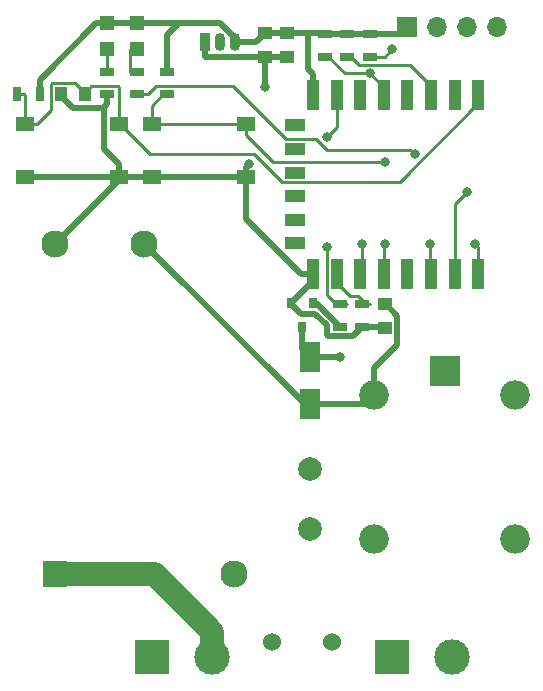
<source format=gbr>
G04 #@! TF.GenerationSoftware,KiCad,Pcbnew,(5.1.0)-1*
G04 #@! TF.CreationDate,2019-04-04T10:35:30+02:00*
G04 #@! TF.ProjectId,WiFi switch,57694669-2073-4776-9974-63682e6b6963,rev?*
G04 #@! TF.SameCoordinates,Original*
G04 #@! TF.FileFunction,Copper,L1,Top*
G04 #@! TF.FilePolarity,Positive*
%FSLAX46Y46*%
G04 Gerber Fmt 4.6, Leading zero omitted, Abs format (unit mm)*
G04 Created by KiCad (PCBNEW (5.1.0)-1) date 2019-04-04 10:35:30*
%MOMM*%
%LPD*%
G04 APERTURE LIST*
%ADD10R,1.300000X0.700000*%
%ADD11C,2.300000*%
%ADD12R,2.000000X2.300000*%
%ADD13C,3.000000*%
%ADD14R,3.000000X3.000000*%
%ADD15R,1.000000X2.500000*%
%ADD16R,1.800000X1.000000*%
%ADD17R,0.900000X1.500000*%
%ADD18O,0.900000X1.500000*%
%ADD19O,2.500000X2.500000*%
%ADD20R,2.500000X2.500000*%
%ADD21R,1.550000X1.300000*%
%ADD22R,1.250000X1.000000*%
%ADD23R,1.000000X1.250000*%
%ADD24R,1.200000X1.200000*%
%ADD25R,1.800000X2.500000*%
%ADD26C,1.524000*%
%ADD27C,2.000000*%
%ADD28O,1.700000X1.700000*%
%ADD29R,1.700000X1.700000*%
%ADD30R,0.800000X0.900000*%
%ADD31R,0.700000X1.300000*%
%ADD32C,0.800000*%
%ADD33C,0.500000*%
%ADD34C,0.250000*%
%ADD35C,2.000000*%
G04 APERTURE END LIST*
D10*
X205740000Y-77475000D03*
X205740000Y-79375000D03*
D11*
X188575000Y-95190000D03*
X196175000Y-123190000D03*
D12*
X180975000Y-123190000D03*
D11*
X180975000Y-95190000D03*
D13*
X214630000Y-130175000D03*
D14*
X209550000Y-130175000D03*
D15*
X216860000Y-97770000D03*
X214860000Y-97770000D03*
X212860000Y-97770000D03*
X210860000Y-97770000D03*
X208860000Y-97770000D03*
X206860000Y-97770000D03*
X204860000Y-97770000D03*
X202860000Y-97770000D03*
D16*
X201360000Y-95170000D03*
X201360000Y-93170000D03*
X201360000Y-91170000D03*
X201360000Y-89170000D03*
X201360000Y-87170000D03*
X201360000Y-85170000D03*
D15*
X202860000Y-82570000D03*
X204860000Y-82570000D03*
X206860000Y-82570000D03*
X208860000Y-82570000D03*
X210860000Y-82570000D03*
X212860000Y-82570000D03*
X214860000Y-82570000D03*
X216860000Y-82570000D03*
D17*
X193675000Y-78105000D03*
D18*
X196215000Y-78105000D03*
X194945000Y-78105000D03*
D19*
X220000000Y-108000000D03*
X220000000Y-120200000D03*
X208000000Y-120200000D03*
X208000000Y-108000000D03*
D20*
X214000000Y-106000000D03*
D21*
X186395000Y-89590000D03*
X186395000Y-85090000D03*
X178435000Y-85090000D03*
X178435000Y-89590000D03*
D22*
X200660000Y-77375000D03*
X200660000Y-79375000D03*
X198755000Y-79375000D03*
X198755000Y-77375000D03*
X208915000Y-102330000D03*
X208915000Y-100330000D03*
D23*
X183515000Y-82550000D03*
X181515000Y-82550000D03*
D24*
X185420000Y-76540000D03*
X185420000Y-78740000D03*
X187960000Y-78740000D03*
X187960000Y-76540000D03*
D25*
X202565000Y-104775000D03*
X202565000Y-108775000D03*
D26*
X204470000Y-128905000D03*
X199390000Y-128905000D03*
D27*
X202575000Y-114300000D03*
X202565000Y-119380000D03*
D13*
X194310000Y-130175000D03*
D14*
X189230000Y-130175000D03*
D28*
X218440000Y-76835000D03*
X215900000Y-76835000D03*
X213360000Y-76835000D03*
D29*
X210820000Y-76835000D03*
D30*
X201930000Y-102235000D03*
X200980000Y-100235000D03*
X202880000Y-100235000D03*
D10*
X190500000Y-82545000D03*
X190500000Y-80645000D03*
X207645000Y-77475000D03*
X207645000Y-79375000D03*
D31*
X179705000Y-82550000D03*
X177805000Y-82550000D03*
D10*
X207010000Y-100330000D03*
X207010000Y-102230000D03*
X185420000Y-80645000D03*
X185420000Y-82545000D03*
X187960000Y-82545000D03*
X187960000Y-80645000D03*
X203835000Y-79375000D03*
X203835000Y-77475000D03*
X205105000Y-100330000D03*
X205105000Y-102230000D03*
D21*
X197190000Y-89590000D03*
X197190000Y-85090000D03*
X189230000Y-85090000D03*
X189230000Y-89590000D03*
D32*
X197464846Y-88415001D03*
X198755000Y-81915000D03*
X216535000Y-95250000D03*
X215900000Y-90805000D03*
X208915000Y-95250000D03*
X208915000Y-88265000D03*
X209550000Y-78740000D03*
X207010000Y-95250000D03*
X204034999Y-95449999D03*
X204034999Y-86160001D03*
X205105000Y-104775000D03*
X207645000Y-80775001D03*
X211455000Y-87630000D03*
X212725000Y-95250000D03*
D33*
X178435000Y-89590000D02*
X186395000Y-89590000D01*
X186395000Y-89590000D02*
X189230000Y-89590000D01*
X189230000Y-89590000D02*
X197190000Y-89590000D01*
X201860000Y-97770000D02*
X202860000Y-97770000D01*
X197190000Y-93100000D02*
X201860000Y-97770000D01*
X197190000Y-89590000D02*
X197190000Y-93100000D01*
X202860000Y-98355000D02*
X200980000Y-100235000D01*
X202860000Y-97770000D02*
X202860000Y-98355000D01*
X203070036Y-101185000D02*
X204004999Y-102119963D01*
X204004999Y-102119963D02*
X204004999Y-102940001D01*
X204094999Y-103030001D02*
X206209999Y-103030001D01*
X206209999Y-103030001D02*
X207010000Y-102230000D01*
X204004999Y-102940001D02*
X204094999Y-103030001D01*
X201880000Y-101185000D02*
X203070036Y-101185000D01*
X200980000Y-100285000D02*
X201880000Y-101185000D01*
X200980000Y-100235000D02*
X200980000Y-100285000D01*
X208815000Y-102230000D02*
X208915000Y-102330000D01*
X207010000Y-102230000D02*
X208815000Y-102230000D01*
X186395000Y-89770000D02*
X186395000Y-89590000D01*
X180975000Y-95190000D02*
X186395000Y-89770000D01*
X200660000Y-79375000D02*
X198755000Y-79375000D01*
X197630000Y-79375000D02*
X198755000Y-79375000D01*
X193695000Y-79375000D02*
X197630000Y-79375000D01*
X193675000Y-79355000D02*
X193695000Y-79375000D01*
X193675000Y-78105000D02*
X193675000Y-79355000D01*
X197190000Y-89590000D02*
X197190000Y-88689847D01*
X197190000Y-88689847D02*
X197464846Y-88415001D01*
X198755000Y-81915000D02*
X198755000Y-79375000D01*
X185140000Y-83675000D02*
X185420000Y-83395000D01*
X182515000Y-83675000D02*
X185140000Y-83675000D01*
X181515000Y-82675000D02*
X182515000Y-83675000D01*
X181515000Y-82550000D02*
X181515000Y-82675000D01*
X186395000Y-88440000D02*
X186395000Y-89590000D01*
X185169999Y-87214999D02*
X186395000Y-88440000D01*
X185169999Y-83645001D02*
X185169999Y-87214999D01*
X185420000Y-83395000D02*
X185169999Y-83645001D01*
X185420000Y-82545000D02*
X185420000Y-83395000D01*
X208000000Y-106232234D02*
X208000000Y-108000000D01*
X208000000Y-105736472D02*
X208000000Y-106232234D01*
X209990001Y-103746471D02*
X208000000Y-105736472D01*
X209990001Y-101280001D02*
X209990001Y-103746471D01*
X209040000Y-100330000D02*
X209990001Y-101280001D01*
X208915000Y-100330000D02*
X209040000Y-100330000D01*
X207225000Y-108775000D02*
X208000000Y-108000000D01*
X202565000Y-108775000D02*
X207225000Y-108775000D01*
X202160000Y-108775000D02*
X202565000Y-108775000D01*
X188575000Y-95190000D02*
X202160000Y-108775000D01*
X198755000Y-77375000D02*
X200660000Y-77375000D01*
X203735000Y-77375000D02*
X203835000Y-77475000D01*
X203835000Y-77475000D02*
X205740000Y-77475000D01*
X205740000Y-77475000D02*
X207645000Y-77475000D01*
X198025000Y-78105000D02*
X198755000Y-77375000D01*
X196215000Y-78105000D02*
X198025000Y-78105000D01*
X202860000Y-80820000D02*
X202860000Y-82570000D01*
X202470000Y-80430000D02*
X202860000Y-80820000D01*
X202470000Y-77375000D02*
X202470000Y-80430000D01*
X202470000Y-77375000D02*
X203735000Y-77375000D01*
X200660000Y-77375000D02*
X202470000Y-77375000D01*
X210180000Y-77475000D02*
X210820000Y-76835000D01*
X207645000Y-77475000D02*
X210180000Y-77475000D01*
X184494002Y-76540000D02*
X185420000Y-76540000D01*
X179705000Y-81329002D02*
X184494002Y-76540000D01*
X179705000Y-82550000D02*
X179705000Y-81329002D01*
X185420000Y-76540000D02*
X187960000Y-76540000D01*
X194952806Y-76540000D02*
X196215000Y-77802194D01*
X196215000Y-77802194D02*
X196215000Y-78105000D01*
X190500000Y-77515000D02*
X191475000Y-76540000D01*
X190500000Y-80645000D02*
X190500000Y-77515000D01*
X187960000Y-76540000D02*
X191475000Y-76540000D01*
X191475000Y-76540000D02*
X194952806Y-76540000D01*
D34*
X216860000Y-95575000D02*
X216535000Y-95250000D01*
X216860000Y-97770000D02*
X216860000Y-95575000D01*
X214860000Y-97770000D02*
X214860000Y-91845000D01*
X214860000Y-91845000D02*
X215900000Y-90805000D01*
X212860000Y-81820000D02*
X212860000Y-82570000D01*
X211090001Y-80050001D02*
X212860000Y-81820000D01*
X206715001Y-80050001D02*
X211090001Y-80050001D01*
X206040000Y-79375000D02*
X206715001Y-80050001D01*
X205740000Y-79375000D02*
X206040000Y-79375000D01*
X190255000Y-85090000D02*
X197190000Y-85090000D01*
X189230000Y-85090000D02*
X190255000Y-85090000D01*
X208860000Y-97770000D02*
X208860000Y-95305000D01*
X208860000Y-95305000D02*
X208915000Y-95250000D01*
X190200000Y-82545000D02*
X190500000Y-82545000D01*
X189230000Y-83515000D02*
X190200000Y-82545000D01*
X189230000Y-85090000D02*
X189230000Y-83515000D01*
X208349315Y-88265000D02*
X208915000Y-88265000D01*
X199465000Y-88265000D02*
X208349315Y-88265000D01*
X197190000Y-85990000D02*
X199465000Y-88265000D01*
X197190000Y-85090000D02*
X197190000Y-85990000D01*
X207645000Y-79375000D02*
X208915000Y-79375000D01*
X208915000Y-79375000D02*
X209550000Y-78740000D01*
X207010000Y-97620000D02*
X206860000Y-97770000D01*
X207010000Y-95250000D02*
X207010000Y-97620000D01*
X207345000Y-100335000D02*
X207645000Y-100335000D01*
X206669999Y-99659999D02*
X207345000Y-100335000D01*
X205999999Y-99659999D02*
X206669999Y-99659999D01*
X204860000Y-98520000D02*
X205999999Y-99659999D01*
X204860000Y-97770000D02*
X204860000Y-98520000D01*
X205740000Y-100335000D02*
X205089998Y-100335000D01*
X204860000Y-82570000D02*
X204860000Y-85335000D01*
X204860000Y-85335000D02*
X204034999Y-86160001D01*
X204805000Y-100330000D02*
X205105000Y-100330000D01*
X204034999Y-99559999D02*
X204805000Y-100330000D01*
X204034999Y-95449999D02*
X204034999Y-99559999D01*
X178405000Y-82550000D02*
X177805000Y-82550000D01*
X178435000Y-82580000D02*
X178405000Y-82550000D01*
X178435000Y-85090000D02*
X178435000Y-82580000D01*
X182689999Y-81599999D02*
X183515000Y-82425000D01*
X180689999Y-81664999D02*
X180754999Y-81599999D01*
X180689999Y-83860001D02*
X180689999Y-81664999D01*
X180754999Y-81599999D02*
X182689999Y-81599999D01*
X179460000Y-85090000D02*
X180689999Y-83860001D01*
X178435000Y-85090000D02*
X179460000Y-85090000D01*
X186395000Y-84190000D02*
X186395000Y-85090000D01*
X186395000Y-81934998D02*
X186395000Y-84190000D01*
X186330001Y-81869999D02*
X186395000Y-81934998D01*
X184070001Y-81869999D02*
X186330001Y-81869999D01*
X183515000Y-82425000D02*
X184070001Y-81869999D01*
X183515000Y-82550000D02*
X183515000Y-82425000D01*
X216860000Y-83320000D02*
X216860000Y-82570000D01*
X210184999Y-89995001D02*
X216860000Y-83320000D01*
X200199999Y-89995001D02*
X210184999Y-89995001D01*
X197834998Y-87630000D02*
X200199999Y-89995001D01*
X189060000Y-87630000D02*
X197834998Y-87630000D01*
X186520000Y-85090000D02*
X189060000Y-87630000D01*
X186395000Y-85090000D02*
X186520000Y-85090000D01*
X185420000Y-80645000D02*
X185420000Y-78740000D01*
X187325000Y-78740000D02*
X187325000Y-80645000D01*
D33*
X201930000Y-104140000D02*
X202565000Y-104775000D01*
X201930000Y-102235000D02*
X201930000Y-104140000D01*
X202565000Y-104775000D02*
X205105000Y-104775000D01*
D34*
X208860000Y-82570000D02*
X208860000Y-81990001D01*
X208860000Y-81990001D02*
X207645000Y-80775001D01*
X207079315Y-80775001D02*
X207645000Y-80775001D01*
X205535001Y-80775001D02*
X207079315Y-80775001D01*
X204135000Y-79375000D02*
X205535001Y-80775001D01*
X203835000Y-79375000D02*
X204135000Y-79375000D01*
X212725000Y-97635000D02*
X212860000Y-97770000D01*
X212725000Y-95250000D02*
X212725000Y-97635000D01*
X211055001Y-87230001D02*
X211455000Y-87630000D01*
X204031997Y-87230001D02*
X211055001Y-87230001D01*
X203146995Y-86344999D02*
X204031997Y-87230001D01*
X200549997Y-86344999D02*
X203146995Y-86344999D01*
X196074997Y-81869999D02*
X200549997Y-86344999D01*
X189535001Y-81869999D02*
X196074997Y-81869999D01*
X188860000Y-82545000D02*
X189535001Y-81869999D01*
X187960000Y-82545000D02*
X188860000Y-82545000D01*
D33*
X202880000Y-100235000D02*
X203110000Y-100235000D01*
X203110000Y-100235000D02*
X205105000Y-102230000D01*
D35*
X194310000Y-128053680D02*
X194310000Y-130175000D01*
X189446320Y-123190000D02*
X194310000Y-128053680D01*
X180975000Y-123190000D02*
X189446320Y-123190000D01*
M02*

</source>
